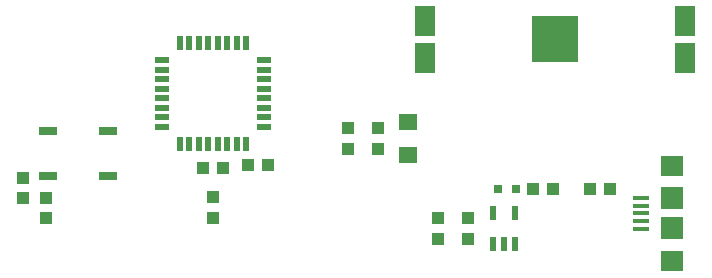
<source format=gtp>
G75*
%MOIN*%
%OFA0B0*%
%FSLAX24Y24*%
%IPPOS*%
%LPD*%
%AMOC8*
5,1,8,0,0,1.08239X$1,22.5*
%
%ADD10R,0.0220X0.0500*%
%ADD11R,0.0500X0.0220*%
%ADD12R,0.0700X0.1000*%
%ADD13R,0.1575X0.1575*%
%ADD14R,0.0630X0.0551*%
%ADD15R,0.0394X0.0433*%
%ADD16R,0.0433X0.0394*%
%ADD17R,0.0600X0.0300*%
%ADD18R,0.0217X0.0472*%
%ADD19R,0.0315X0.0315*%
%ADD20R,0.0551X0.0138*%
%ADD21R,0.0748X0.0709*%
%ADD22R,0.0748X0.0748*%
D10*
X007498Y005710D03*
X007813Y005710D03*
X008128Y005710D03*
X008443Y005710D03*
X008757Y005710D03*
X009072Y005710D03*
X009387Y005710D03*
X009702Y005710D03*
X009702Y009090D03*
X009387Y009090D03*
X009072Y009090D03*
X008757Y009090D03*
X008443Y009090D03*
X008128Y009090D03*
X007813Y009090D03*
X007498Y009090D03*
D11*
X006910Y008502D03*
X006910Y008187D03*
X006910Y007872D03*
X006910Y007557D03*
X006910Y007243D03*
X006910Y006928D03*
X006910Y006613D03*
X006910Y006298D03*
X010290Y006298D03*
X010290Y006613D03*
X010290Y006928D03*
X010290Y007243D03*
X010290Y007557D03*
X010290Y007872D03*
X010290Y008187D03*
X010290Y008502D03*
D12*
X015669Y008590D03*
X015669Y009810D03*
X024331Y009810D03*
X024331Y008590D03*
D13*
X020000Y009200D03*
D14*
X015100Y006451D03*
X015100Y005349D03*
D15*
X003020Y003245D03*
X003020Y003915D03*
X002260Y003925D03*
X002260Y004595D03*
X008600Y003935D03*
X008600Y003265D03*
X013100Y005565D03*
X014100Y005565D03*
X014100Y006235D03*
X013100Y006235D03*
X016100Y003235D03*
X017100Y003235D03*
X017100Y002565D03*
X016100Y002565D03*
D16*
X019265Y004200D03*
X019935Y004200D03*
X021165Y004200D03*
X021835Y004200D03*
X010435Y005000D03*
X009765Y005000D03*
X008935Y004900D03*
X008265Y004900D03*
D17*
X005100Y004650D03*
X003100Y004650D03*
X003100Y006150D03*
X005100Y006150D03*
D18*
X017926Y003412D03*
X018674Y003412D03*
X018674Y002388D03*
X018300Y002388D03*
X017926Y002388D03*
D19*
X018105Y004200D03*
X018695Y004200D03*
D20*
X022857Y003912D03*
X022857Y003656D03*
X022857Y003400D03*
X022857Y003144D03*
X022857Y002888D03*
D21*
X023900Y001825D03*
X023900Y004975D03*
D22*
X023900Y003900D03*
X023900Y002900D03*
M02*

</source>
